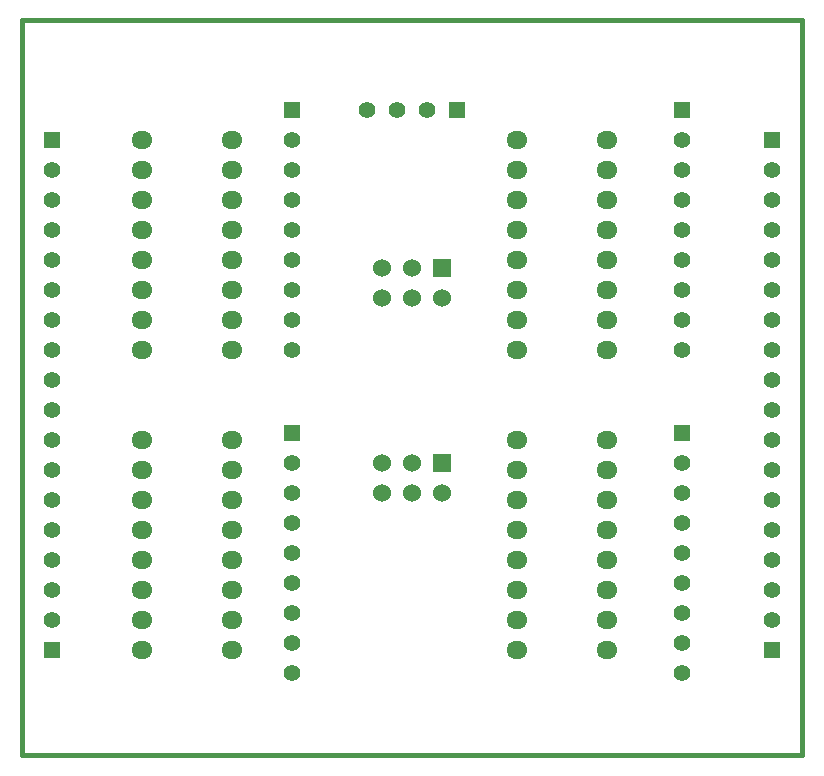
<source format=gbs>
G04 (created by PCBNEW-RS274X (2011-07-08)-stable) date Sun 02 Oct 2011 07:45:31 AM CEST*
G01*
G70*
G90*
%MOIN*%
G04 Gerber Fmt 3.4, Leading zero omitted, Abs format*
%FSLAX34Y34*%
G04 APERTURE LIST*
%ADD10C,0.006000*%
%ADD11C,0.015000*%
%ADD12R,0.060000X0.060000*%
%ADD13C,0.060000*%
%ADD14R,0.055000X0.055000*%
%ADD15C,0.055000*%
%ADD16O,0.070000X0.060000*%
G04 APERTURE END LIST*
G54D10*
G54D11*
X78500Y-35500D02*
X52500Y-35500D01*
X78500Y-11000D02*
X78500Y-35500D01*
X52500Y-11000D02*
X78500Y-11000D01*
X52500Y-35500D02*
X52500Y-11000D01*
G54D12*
X66500Y-25750D03*
G54D13*
X66500Y-26750D03*
X65500Y-25750D03*
X65500Y-26750D03*
X64500Y-25750D03*
X64500Y-26750D03*
G54D12*
X66500Y-19250D03*
G54D13*
X66500Y-20250D03*
X65500Y-19250D03*
X65500Y-20250D03*
X64500Y-19250D03*
X64500Y-20250D03*
G54D14*
X67000Y-14000D03*
G54D15*
X66000Y-14000D03*
X65000Y-14000D03*
X64000Y-14000D03*
G54D14*
X74500Y-24750D03*
G54D15*
X74500Y-25750D03*
X74500Y-26750D03*
X74500Y-27750D03*
X74500Y-28750D03*
X74500Y-29750D03*
X74500Y-30750D03*
X74500Y-31750D03*
X74500Y-32750D03*
G54D14*
X74500Y-14000D03*
G54D15*
X74500Y-15000D03*
X74500Y-16000D03*
X74500Y-17000D03*
X74500Y-18000D03*
X74500Y-19000D03*
X74500Y-20000D03*
X74500Y-21000D03*
X74500Y-22000D03*
G54D14*
X61500Y-24750D03*
G54D15*
X61500Y-25750D03*
X61500Y-26750D03*
X61500Y-27750D03*
X61500Y-28750D03*
X61500Y-29750D03*
X61500Y-30750D03*
X61500Y-31750D03*
X61500Y-32750D03*
G54D14*
X61500Y-14000D03*
G54D15*
X61500Y-15000D03*
X61500Y-16000D03*
X61500Y-17000D03*
X61500Y-18000D03*
X61500Y-19000D03*
X61500Y-20000D03*
X61500Y-21000D03*
X61500Y-22000D03*
G54D14*
X77500Y-32000D03*
G54D15*
X77500Y-31000D03*
X77500Y-30000D03*
X77500Y-29000D03*
X77500Y-28000D03*
X77500Y-27000D03*
X77500Y-26000D03*
X77500Y-25000D03*
X77500Y-24000D03*
G54D14*
X77500Y-15000D03*
G54D15*
X77500Y-16000D03*
X77500Y-17000D03*
X77500Y-18000D03*
X77500Y-19000D03*
X77500Y-20000D03*
X77500Y-21000D03*
X77500Y-22000D03*
X77500Y-23000D03*
G54D14*
X53500Y-32000D03*
G54D15*
X53500Y-31000D03*
X53500Y-30000D03*
X53500Y-29000D03*
X53500Y-28000D03*
X53500Y-27000D03*
X53500Y-26000D03*
X53500Y-25000D03*
X53500Y-24000D03*
G54D14*
X53500Y-15000D03*
G54D15*
X53500Y-16000D03*
X53500Y-17000D03*
X53500Y-18000D03*
X53500Y-19000D03*
X53500Y-20000D03*
X53500Y-21000D03*
X53500Y-22000D03*
X53500Y-23000D03*
G54D16*
X56500Y-25000D03*
X56500Y-26000D03*
X56500Y-27000D03*
X56500Y-28000D03*
X56500Y-29000D03*
X56500Y-30000D03*
X56500Y-31000D03*
X56500Y-32000D03*
X59500Y-32000D03*
X59500Y-31000D03*
X59500Y-30000D03*
X59500Y-29000D03*
X59500Y-28000D03*
X59500Y-27000D03*
X59500Y-26000D03*
X59500Y-25000D03*
X69000Y-25000D03*
X69000Y-26000D03*
X69000Y-27000D03*
X69000Y-28000D03*
X69000Y-29000D03*
X69000Y-30000D03*
X69000Y-31000D03*
X69000Y-32000D03*
X72000Y-32000D03*
X72000Y-31000D03*
X72000Y-30000D03*
X72000Y-29000D03*
X72000Y-28000D03*
X72000Y-27000D03*
X72000Y-26000D03*
X72000Y-25000D03*
X69000Y-15000D03*
X69000Y-16000D03*
X69000Y-17000D03*
X69000Y-18000D03*
X69000Y-19000D03*
X69000Y-20000D03*
X69000Y-21000D03*
X69000Y-22000D03*
X72000Y-22000D03*
X72000Y-21000D03*
X72000Y-20000D03*
X72000Y-19000D03*
X72000Y-18000D03*
X72000Y-17000D03*
X72000Y-16000D03*
X72000Y-15000D03*
X56500Y-15000D03*
X56500Y-16000D03*
X56500Y-17000D03*
X56500Y-18000D03*
X56500Y-19000D03*
X56500Y-20000D03*
X56500Y-21000D03*
X56500Y-22000D03*
X59500Y-22000D03*
X59500Y-21000D03*
X59500Y-20000D03*
X59500Y-19000D03*
X59500Y-18000D03*
X59500Y-17000D03*
X59500Y-16000D03*
X59500Y-15000D03*
M02*

</source>
